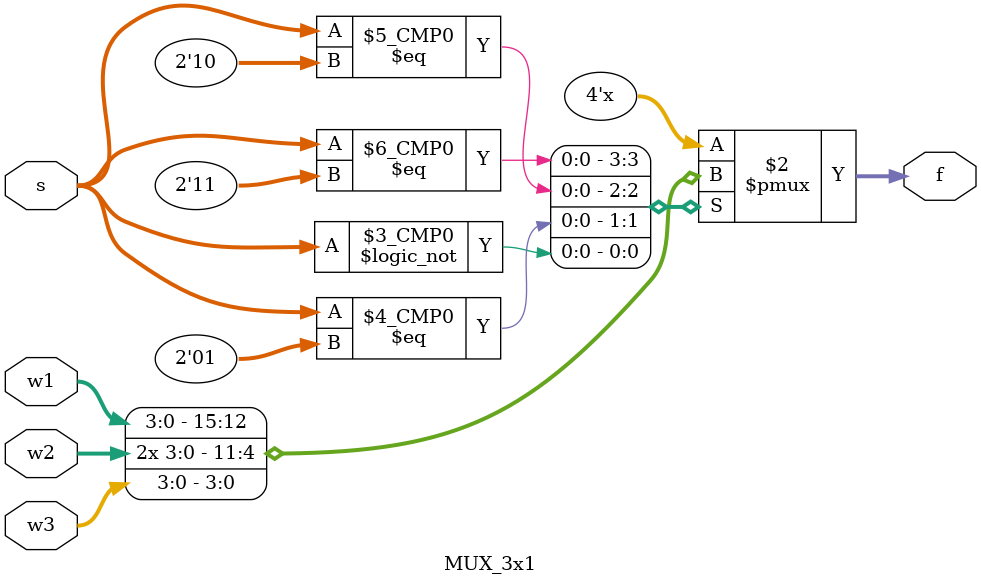
<source format=v>
module MUX_3x1
#(parameter n=4)(
    input [(n-1):0] w1,
    input [(n-1):0] w2,
    input [(n-1):0] w3,
    input [1 : 0]   s,
    output reg [(n-1):0] f
);

always @(*) begin
        casex (s)
            2'b11:
                f=w1; 
            2'b10:
                f=w2; 
            2'b01: 
                f=w2;
            2'b00: 
                f=w3;
        endcase
end

endmodule
</source>
